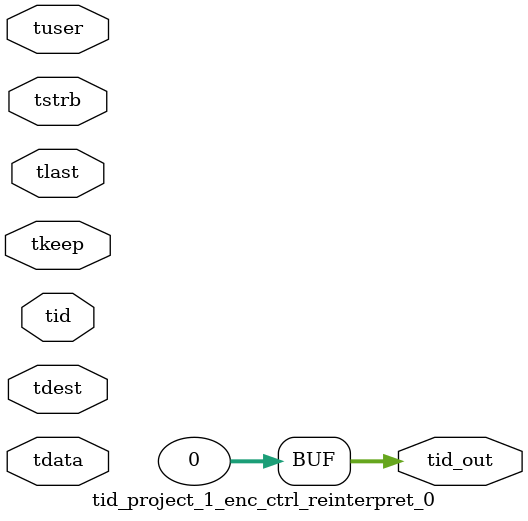
<source format=v>


`timescale 1ps/1ps

module tid_project_1_enc_ctrl_reinterpret_0 #
(
parameter C_S_AXIS_TID_WIDTH   = 1,
parameter C_S_AXIS_TUSER_WIDTH = 0,
parameter C_S_AXIS_TDATA_WIDTH = 0,
parameter C_S_AXIS_TDEST_WIDTH = 0,
parameter C_M_AXIS_TID_WIDTH   = 32
)
(
input  [(C_S_AXIS_TID_WIDTH   == 0 ? 1 : C_S_AXIS_TID_WIDTH)-1:0       ] tid,
input  [(C_S_AXIS_TDATA_WIDTH == 0 ? 1 : C_S_AXIS_TDATA_WIDTH)-1:0     ] tdata,
input  [(C_S_AXIS_TUSER_WIDTH == 0 ? 1 : C_S_AXIS_TUSER_WIDTH)-1:0     ] tuser,
input  [(C_S_AXIS_TDEST_WIDTH == 0 ? 1 : C_S_AXIS_TDEST_WIDTH)-1:0     ] tdest,
input  [(C_S_AXIS_TDATA_WIDTH/8)-1:0 ] tkeep,
input  [(C_S_AXIS_TDATA_WIDTH/8)-1:0 ] tstrb,
input                                                                    tlast,
output [(C_M_AXIS_TID_WIDTH   == 0 ? 1 : C_M_AXIS_TID_WIDTH)-1:0       ] tid_out
);

assign tid_out = {1'b0};

endmodule


</source>
